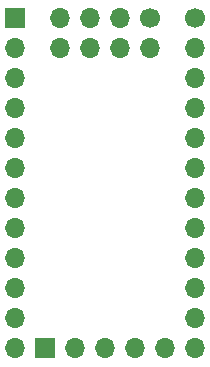
<source format=gbr>
%TF.GenerationSoftware,KiCad,Pcbnew,8.0.5*%
%TF.CreationDate,2025-06-26T13:10:11+01:00*%
%TF.ProjectId,sdrr rev d,73647272-2072-4657-9620-642e6b696361,rev?*%
%TF.SameCoordinates,Original*%
%TF.FileFunction,Soldermask,Bot*%
%TF.FilePolarity,Negative*%
%FSLAX46Y46*%
G04 Gerber Fmt 4.6, Leading zero omitted, Abs format (unit mm)*
G04 Created by KiCad (PCBNEW 8.0.5) date 2025-06-26 13:10:11*
%MOMM*%
%LPD*%
G01*
G04 APERTURE LIST*
%ADD10C,1.700000*%
%ADD11O,1.700000X1.700000*%
%ADD12R,1.700000X1.700000*%
G04 APERTURE END LIST*
D10*
%TO.C,J3*%
X113030000Y-31750000D03*
D11*
X113030000Y-34290000D03*
X110490000Y-31750000D03*
X110490000Y-34290000D03*
X107950000Y-31750000D03*
X107950000Y-34290000D03*
X105410000Y-31750000D03*
X105410000Y-34290000D03*
%TD*%
D12*
%TO.C,U2*%
X101600000Y-31750000D03*
D11*
X101600000Y-34290000D03*
X101600000Y-36830000D03*
X101600000Y-39370000D03*
X101600000Y-41910000D03*
X101600000Y-44450000D03*
X101600000Y-46990000D03*
X101600000Y-49530000D03*
X101600000Y-52070000D03*
X101600000Y-54610000D03*
X101600000Y-57150000D03*
X101600000Y-59690000D03*
X116840000Y-59690000D03*
X116840000Y-57150000D03*
X116840000Y-54610000D03*
X116840000Y-52070000D03*
X116840000Y-49530000D03*
X116840000Y-46990000D03*
X116840000Y-44450000D03*
X116840000Y-41910000D03*
X116840000Y-39370000D03*
X116840000Y-36830000D03*
X116840000Y-34290000D03*
D10*
X116840000Y-31750000D03*
%TD*%
D12*
%TO.C,J1*%
X104140000Y-59690000D03*
D11*
X106680000Y-59690000D03*
X109220000Y-59690000D03*
X111760000Y-59690000D03*
X114300000Y-59690000D03*
%TD*%
M02*

</source>
